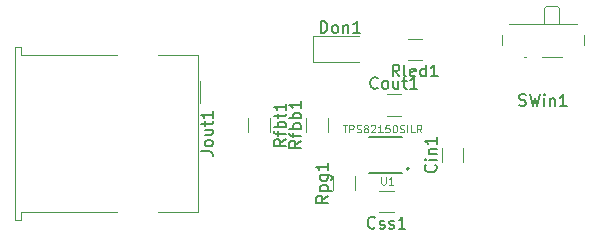
<source format=gbr>
%TF.GenerationSoftware,KiCad,Pcbnew,(5.1.6)-1*%
%TF.CreationDate,2021-03-22T01:22:11+02:00*%
%TF.ProjectId,Yu_9V_charger,59755f39-565f-4636-9861-726765722e6b,rev?*%
%TF.SameCoordinates,Original*%
%TF.FileFunction,Legend,Top*%
%TF.FilePolarity,Positive*%
%FSLAX46Y46*%
G04 Gerber Fmt 4.6, Leading zero omitted, Abs format (unit mm)*
G04 Created by KiCad (PCBNEW (5.1.6)-1) date 2021-03-22 01:22:11*
%MOMM*%
%LPD*%
G01*
G04 APERTURE LIST*
%ADD10C,0.120000*%
%ADD11C,0.127000*%
%ADD12C,0.200000*%
%ADD13C,0.150000*%
%ADD14C,0.050000*%
G04 APERTURE END LIST*
D10*
%TO.C,SWin1*%
X152160000Y-63220000D02*
X151960000Y-63220000D01*
X154960000Y-59080000D02*
X154760000Y-58870000D01*
X153660000Y-59080000D02*
X153860000Y-58870000D01*
X154960000Y-60370000D02*
X154960000Y-59080000D01*
X154760000Y-58870000D02*
X153860000Y-58870000D01*
X153660000Y-59080000D02*
X153660000Y-60370000D01*
X156410000Y-60370000D02*
X150710000Y-60370000D01*
X155160000Y-63220000D02*
X153460000Y-63220000D01*
X157010000Y-62170000D02*
X157010000Y-61380000D01*
X150110000Y-61380000D02*
X150110000Y-62170000D01*
D11*
%TO.C,U1*%
X138800000Y-73055000D02*
X141600000Y-73055000D01*
X141600000Y-69965000D02*
X138800000Y-69965000D01*
D12*
X142200000Y-72660000D02*
G75*
G03*
X142200000Y-72660000I-100000J0D01*
G01*
D10*
%TO.C,Rpg1*%
X137620000Y-74482064D02*
X137620000Y-73277936D01*
X135800000Y-74482064D02*
X135800000Y-73277936D01*
%TO.C,Rled1*%
X143322064Y-61660000D02*
X142117936Y-61660000D01*
X143322064Y-63480000D02*
X142117936Y-63480000D01*
%TO.C,Rfbt1*%
X128600000Y-68347936D02*
X128600000Y-69552064D01*
X130420000Y-68347936D02*
X130420000Y-69552064D01*
%TO.C,Rfbb1*%
X135360000Y-69542064D02*
X135360000Y-68337936D01*
X133540000Y-69542064D02*
X133540000Y-68337936D01*
%TO.C,Jout1*%
X124560000Y-65260000D02*
X124560000Y-67060000D01*
X109380000Y-76970000D02*
X109380000Y-76320000D01*
X109380000Y-62350000D02*
X108860000Y-62350000D01*
X117490000Y-76320000D02*
X109380000Y-76320000D01*
X108860000Y-62350000D02*
X108860000Y-76970000D01*
X108860000Y-76970000D02*
X109380000Y-76970000D01*
X124340000Y-76320000D02*
X121010000Y-76320000D01*
X124340000Y-63000000D02*
X121010000Y-63000000D01*
X124340000Y-63000000D02*
X124340000Y-76320000D01*
X109380000Y-63000000D02*
X109380000Y-62350000D01*
X109380000Y-63000000D02*
X117490000Y-63000000D01*
%TO.C,Don1*%
X134105000Y-63665000D02*
X137990000Y-63665000D01*
X134105000Y-61395000D02*
X134105000Y-63665000D01*
X137990000Y-61395000D02*
X134105000Y-61395000D01*
%TO.C,Css1*%
X140922064Y-74540000D02*
X139717936Y-74540000D01*
X140922064Y-76360000D02*
X139717936Y-76360000D01*
%TO.C,Cout1*%
X140317936Y-68170000D02*
X141522064Y-68170000D01*
X140317936Y-66350000D02*
X141522064Y-66350000D01*
%TO.C,Cin1*%
X146830000Y-72082064D02*
X146830000Y-70877936D01*
X145010000Y-72082064D02*
X145010000Y-70877936D01*
%TO.C,SWin1*%
D13*
X151536190Y-67304761D02*
X151679047Y-67352380D01*
X151917142Y-67352380D01*
X152012380Y-67304761D01*
X152060000Y-67257142D01*
X152107619Y-67161904D01*
X152107619Y-67066666D01*
X152060000Y-66971428D01*
X152012380Y-66923809D01*
X151917142Y-66876190D01*
X151726666Y-66828571D01*
X151631428Y-66780952D01*
X151583809Y-66733333D01*
X151536190Y-66638095D01*
X151536190Y-66542857D01*
X151583809Y-66447619D01*
X151631428Y-66400000D01*
X151726666Y-66352380D01*
X151964761Y-66352380D01*
X152107619Y-66400000D01*
X152440952Y-66352380D02*
X152679047Y-67352380D01*
X152869523Y-66638095D01*
X153060000Y-67352380D01*
X153298095Y-66352380D01*
X153679047Y-67352380D02*
X153679047Y-66685714D01*
X153679047Y-66352380D02*
X153631428Y-66400000D01*
X153679047Y-66447619D01*
X153726666Y-66400000D01*
X153679047Y-66352380D01*
X153679047Y-66447619D01*
X154155238Y-66685714D02*
X154155238Y-67352380D01*
X154155238Y-66780952D02*
X154202857Y-66733333D01*
X154298095Y-66685714D01*
X154440952Y-66685714D01*
X154536190Y-66733333D01*
X154583809Y-66828571D01*
X154583809Y-67352380D01*
X155583809Y-67352380D02*
X155012380Y-67352380D01*
X155298095Y-67352380D02*
X155298095Y-66352380D01*
X155202857Y-66495238D01*
X155107619Y-66590476D01*
X155012380Y-66638095D01*
%TO.C,U1*%
D14*
X139886780Y-73365923D02*
X139886780Y-73884019D01*
X139917257Y-73944971D01*
X139947733Y-73975447D01*
X140008685Y-74005923D01*
X140130590Y-74005923D01*
X140191542Y-73975447D01*
X140222019Y-73944971D01*
X140252495Y-73884019D01*
X140252495Y-73365923D01*
X140892495Y-74005923D02*
X140526780Y-74005923D01*
X140709638Y-74005923D02*
X140709638Y-73365923D01*
X140648685Y-73457352D01*
X140587733Y-73518304D01*
X140526780Y-73548780D01*
X136600380Y-68953123D02*
X136966095Y-68953123D01*
X136783238Y-69593123D02*
X136783238Y-68953123D01*
X137179428Y-69593123D02*
X137179428Y-68953123D01*
X137423238Y-68953123D01*
X137484190Y-68983600D01*
X137514666Y-69014076D01*
X137545142Y-69075028D01*
X137545142Y-69166457D01*
X137514666Y-69227409D01*
X137484190Y-69257885D01*
X137423238Y-69288361D01*
X137179428Y-69288361D01*
X137788952Y-69562647D02*
X137880380Y-69593123D01*
X138032761Y-69593123D01*
X138093714Y-69562647D01*
X138124190Y-69532171D01*
X138154666Y-69471219D01*
X138154666Y-69410266D01*
X138124190Y-69349314D01*
X138093714Y-69318838D01*
X138032761Y-69288361D01*
X137910857Y-69257885D01*
X137849904Y-69227409D01*
X137819428Y-69196933D01*
X137788952Y-69135980D01*
X137788952Y-69075028D01*
X137819428Y-69014076D01*
X137849904Y-68983600D01*
X137910857Y-68953123D01*
X138063238Y-68953123D01*
X138154666Y-68983600D01*
X138520380Y-69227409D02*
X138459428Y-69196933D01*
X138428952Y-69166457D01*
X138398476Y-69105504D01*
X138398476Y-69075028D01*
X138428952Y-69014076D01*
X138459428Y-68983600D01*
X138520380Y-68953123D01*
X138642285Y-68953123D01*
X138703238Y-68983600D01*
X138733714Y-69014076D01*
X138764190Y-69075028D01*
X138764190Y-69105504D01*
X138733714Y-69166457D01*
X138703238Y-69196933D01*
X138642285Y-69227409D01*
X138520380Y-69227409D01*
X138459428Y-69257885D01*
X138428952Y-69288361D01*
X138398476Y-69349314D01*
X138398476Y-69471219D01*
X138428952Y-69532171D01*
X138459428Y-69562647D01*
X138520380Y-69593123D01*
X138642285Y-69593123D01*
X138703238Y-69562647D01*
X138733714Y-69532171D01*
X138764190Y-69471219D01*
X138764190Y-69349314D01*
X138733714Y-69288361D01*
X138703238Y-69257885D01*
X138642285Y-69227409D01*
X139008000Y-69014076D02*
X139038476Y-68983600D01*
X139099428Y-68953123D01*
X139251809Y-68953123D01*
X139312761Y-68983600D01*
X139343238Y-69014076D01*
X139373714Y-69075028D01*
X139373714Y-69135980D01*
X139343238Y-69227409D01*
X138977523Y-69593123D01*
X139373714Y-69593123D01*
X139983238Y-69593123D02*
X139617523Y-69593123D01*
X139800380Y-69593123D02*
X139800380Y-68953123D01*
X139739428Y-69044552D01*
X139678476Y-69105504D01*
X139617523Y-69135980D01*
X140562285Y-68953123D02*
X140257523Y-68953123D01*
X140227047Y-69257885D01*
X140257523Y-69227409D01*
X140318476Y-69196933D01*
X140470857Y-69196933D01*
X140531809Y-69227409D01*
X140562285Y-69257885D01*
X140592761Y-69318838D01*
X140592761Y-69471219D01*
X140562285Y-69532171D01*
X140531809Y-69562647D01*
X140470857Y-69593123D01*
X140318476Y-69593123D01*
X140257523Y-69562647D01*
X140227047Y-69532171D01*
X140988952Y-68953123D02*
X141049904Y-68953123D01*
X141110857Y-68983600D01*
X141141333Y-69014076D01*
X141171809Y-69075028D01*
X141202285Y-69196933D01*
X141202285Y-69349314D01*
X141171809Y-69471219D01*
X141141333Y-69532171D01*
X141110857Y-69562647D01*
X141049904Y-69593123D01*
X140988952Y-69593123D01*
X140928000Y-69562647D01*
X140897523Y-69532171D01*
X140867047Y-69471219D01*
X140836571Y-69349314D01*
X140836571Y-69196933D01*
X140867047Y-69075028D01*
X140897523Y-69014076D01*
X140928000Y-68983600D01*
X140988952Y-68953123D01*
X141446095Y-69562647D02*
X141537523Y-69593123D01*
X141689904Y-69593123D01*
X141750857Y-69562647D01*
X141781333Y-69532171D01*
X141811809Y-69471219D01*
X141811809Y-69410266D01*
X141781333Y-69349314D01*
X141750857Y-69318838D01*
X141689904Y-69288361D01*
X141568000Y-69257885D01*
X141507047Y-69227409D01*
X141476571Y-69196933D01*
X141446095Y-69135980D01*
X141446095Y-69075028D01*
X141476571Y-69014076D01*
X141507047Y-68983600D01*
X141568000Y-68953123D01*
X141720380Y-68953123D01*
X141811809Y-68983600D01*
X142086095Y-69593123D02*
X142086095Y-68953123D01*
X142695619Y-69593123D02*
X142390857Y-69593123D01*
X142390857Y-68953123D01*
X143274666Y-69593123D02*
X143061333Y-69288361D01*
X142908952Y-69593123D02*
X142908952Y-68953123D01*
X143152761Y-68953123D01*
X143213714Y-68983600D01*
X143244190Y-69014076D01*
X143274666Y-69075028D01*
X143274666Y-69166457D01*
X143244190Y-69227409D01*
X143213714Y-69257885D01*
X143152761Y-69288361D01*
X142908952Y-69288361D01*
%TO.C,Rpg1*%
D13*
X135342380Y-74951428D02*
X134866190Y-75284761D01*
X135342380Y-75522857D02*
X134342380Y-75522857D01*
X134342380Y-75141904D01*
X134390000Y-75046666D01*
X134437619Y-74999047D01*
X134532857Y-74951428D01*
X134675714Y-74951428D01*
X134770952Y-74999047D01*
X134818571Y-75046666D01*
X134866190Y-75141904D01*
X134866190Y-75522857D01*
X134675714Y-74522857D02*
X135675714Y-74522857D01*
X134723333Y-74522857D02*
X134675714Y-74427619D01*
X134675714Y-74237142D01*
X134723333Y-74141904D01*
X134770952Y-74094285D01*
X134866190Y-74046666D01*
X135151904Y-74046666D01*
X135247142Y-74094285D01*
X135294761Y-74141904D01*
X135342380Y-74237142D01*
X135342380Y-74427619D01*
X135294761Y-74522857D01*
X134675714Y-73189523D02*
X135485238Y-73189523D01*
X135580476Y-73237142D01*
X135628095Y-73284761D01*
X135675714Y-73380000D01*
X135675714Y-73522857D01*
X135628095Y-73618095D01*
X135294761Y-73189523D02*
X135342380Y-73284761D01*
X135342380Y-73475238D01*
X135294761Y-73570476D01*
X135247142Y-73618095D01*
X135151904Y-73665714D01*
X134866190Y-73665714D01*
X134770952Y-73618095D01*
X134723333Y-73570476D01*
X134675714Y-73475238D01*
X134675714Y-73284761D01*
X134723333Y-73189523D01*
X135342380Y-72189523D02*
X135342380Y-72760952D01*
X135342380Y-72475238D02*
X134342380Y-72475238D01*
X134485238Y-72570476D01*
X134580476Y-72665714D01*
X134628095Y-72760952D01*
%TO.C,Rled1*%
X141410476Y-64842380D02*
X141077142Y-64366190D01*
X140839047Y-64842380D02*
X140839047Y-63842380D01*
X141220000Y-63842380D01*
X141315238Y-63890000D01*
X141362857Y-63937619D01*
X141410476Y-64032857D01*
X141410476Y-64175714D01*
X141362857Y-64270952D01*
X141315238Y-64318571D01*
X141220000Y-64366190D01*
X140839047Y-64366190D01*
X141981904Y-64842380D02*
X141886666Y-64794761D01*
X141839047Y-64699523D01*
X141839047Y-63842380D01*
X142743809Y-64794761D02*
X142648571Y-64842380D01*
X142458095Y-64842380D01*
X142362857Y-64794761D01*
X142315238Y-64699523D01*
X142315238Y-64318571D01*
X142362857Y-64223333D01*
X142458095Y-64175714D01*
X142648571Y-64175714D01*
X142743809Y-64223333D01*
X142791428Y-64318571D01*
X142791428Y-64413809D01*
X142315238Y-64509047D01*
X143648571Y-64842380D02*
X143648571Y-63842380D01*
X143648571Y-64794761D02*
X143553333Y-64842380D01*
X143362857Y-64842380D01*
X143267619Y-64794761D01*
X143220000Y-64747142D01*
X143172380Y-64651904D01*
X143172380Y-64366190D01*
X143220000Y-64270952D01*
X143267619Y-64223333D01*
X143362857Y-64175714D01*
X143553333Y-64175714D01*
X143648571Y-64223333D01*
X144648571Y-64842380D02*
X144077142Y-64842380D01*
X144362857Y-64842380D02*
X144362857Y-63842380D01*
X144267619Y-63985238D01*
X144172380Y-64080476D01*
X144077142Y-64128095D01*
%TO.C,Rfbt1*%
X131782380Y-70140476D02*
X131306190Y-70473809D01*
X131782380Y-70711904D02*
X130782380Y-70711904D01*
X130782380Y-70330952D01*
X130830000Y-70235714D01*
X130877619Y-70188095D01*
X130972857Y-70140476D01*
X131115714Y-70140476D01*
X131210952Y-70188095D01*
X131258571Y-70235714D01*
X131306190Y-70330952D01*
X131306190Y-70711904D01*
X131115714Y-69854761D02*
X131115714Y-69473809D01*
X131782380Y-69711904D02*
X130925238Y-69711904D01*
X130830000Y-69664285D01*
X130782380Y-69569047D01*
X130782380Y-69473809D01*
X131782380Y-69140476D02*
X130782380Y-69140476D01*
X131163333Y-69140476D02*
X131115714Y-69045238D01*
X131115714Y-68854761D01*
X131163333Y-68759523D01*
X131210952Y-68711904D01*
X131306190Y-68664285D01*
X131591904Y-68664285D01*
X131687142Y-68711904D01*
X131734761Y-68759523D01*
X131782380Y-68854761D01*
X131782380Y-69045238D01*
X131734761Y-69140476D01*
X131115714Y-68378571D02*
X131115714Y-67997619D01*
X130782380Y-68235714D02*
X131639523Y-68235714D01*
X131734761Y-68188095D01*
X131782380Y-68092857D01*
X131782380Y-67997619D01*
X131782380Y-67140476D02*
X131782380Y-67711904D01*
X131782380Y-67426190D02*
X130782380Y-67426190D01*
X130925238Y-67521428D01*
X131020476Y-67616666D01*
X131068095Y-67711904D01*
%TO.C,Rfbb1*%
X133082380Y-70297142D02*
X132606190Y-70630476D01*
X133082380Y-70868571D02*
X132082380Y-70868571D01*
X132082380Y-70487619D01*
X132130000Y-70392380D01*
X132177619Y-70344761D01*
X132272857Y-70297142D01*
X132415714Y-70297142D01*
X132510952Y-70344761D01*
X132558571Y-70392380D01*
X132606190Y-70487619D01*
X132606190Y-70868571D01*
X132415714Y-70011428D02*
X132415714Y-69630476D01*
X133082380Y-69868571D02*
X132225238Y-69868571D01*
X132130000Y-69820952D01*
X132082380Y-69725714D01*
X132082380Y-69630476D01*
X133082380Y-69297142D02*
X132082380Y-69297142D01*
X132463333Y-69297142D02*
X132415714Y-69201904D01*
X132415714Y-69011428D01*
X132463333Y-68916190D01*
X132510952Y-68868571D01*
X132606190Y-68820952D01*
X132891904Y-68820952D01*
X132987142Y-68868571D01*
X133034761Y-68916190D01*
X133082380Y-69011428D01*
X133082380Y-69201904D01*
X133034761Y-69297142D01*
X133082380Y-68392380D02*
X132082380Y-68392380D01*
X132463333Y-68392380D02*
X132415714Y-68297142D01*
X132415714Y-68106666D01*
X132463333Y-68011428D01*
X132510952Y-67963809D01*
X132606190Y-67916190D01*
X132891904Y-67916190D01*
X132987142Y-67963809D01*
X133034761Y-68011428D01*
X133082380Y-68106666D01*
X133082380Y-68297142D01*
X133034761Y-68392380D01*
X133082380Y-66963809D02*
X133082380Y-67535238D01*
X133082380Y-67249523D02*
X132082380Y-67249523D01*
X132225238Y-67344761D01*
X132320476Y-67440000D01*
X132368095Y-67535238D01*
%TO.C,Jout1*%
X124602380Y-71183809D02*
X125316666Y-71183809D01*
X125459523Y-71231428D01*
X125554761Y-71326666D01*
X125602380Y-71469523D01*
X125602380Y-71564761D01*
X125602380Y-70564761D02*
X125554761Y-70660000D01*
X125507142Y-70707619D01*
X125411904Y-70755238D01*
X125126190Y-70755238D01*
X125030952Y-70707619D01*
X124983333Y-70660000D01*
X124935714Y-70564761D01*
X124935714Y-70421904D01*
X124983333Y-70326666D01*
X125030952Y-70279047D01*
X125126190Y-70231428D01*
X125411904Y-70231428D01*
X125507142Y-70279047D01*
X125554761Y-70326666D01*
X125602380Y-70421904D01*
X125602380Y-70564761D01*
X124935714Y-69374285D02*
X125602380Y-69374285D01*
X124935714Y-69802857D02*
X125459523Y-69802857D01*
X125554761Y-69755238D01*
X125602380Y-69660000D01*
X125602380Y-69517142D01*
X125554761Y-69421904D01*
X125507142Y-69374285D01*
X124935714Y-69040952D02*
X124935714Y-68660000D01*
X124602380Y-68898095D02*
X125459523Y-68898095D01*
X125554761Y-68850476D01*
X125602380Y-68755238D01*
X125602380Y-68660000D01*
X125602380Y-67802857D02*
X125602380Y-68374285D01*
X125602380Y-68088571D02*
X124602380Y-68088571D01*
X124745238Y-68183809D01*
X124840476Y-68279047D01*
X124888095Y-68374285D01*
%TO.C,Don1*%
X134747142Y-61162380D02*
X134747142Y-60162380D01*
X134985238Y-60162380D01*
X135128095Y-60210000D01*
X135223333Y-60305238D01*
X135270952Y-60400476D01*
X135318571Y-60590952D01*
X135318571Y-60733809D01*
X135270952Y-60924285D01*
X135223333Y-61019523D01*
X135128095Y-61114761D01*
X134985238Y-61162380D01*
X134747142Y-61162380D01*
X135890000Y-61162380D02*
X135794761Y-61114761D01*
X135747142Y-61067142D01*
X135699523Y-60971904D01*
X135699523Y-60686190D01*
X135747142Y-60590952D01*
X135794761Y-60543333D01*
X135890000Y-60495714D01*
X136032857Y-60495714D01*
X136128095Y-60543333D01*
X136175714Y-60590952D01*
X136223333Y-60686190D01*
X136223333Y-60971904D01*
X136175714Y-61067142D01*
X136128095Y-61114761D01*
X136032857Y-61162380D01*
X135890000Y-61162380D01*
X136651904Y-60495714D02*
X136651904Y-61162380D01*
X136651904Y-60590952D02*
X136699523Y-60543333D01*
X136794761Y-60495714D01*
X136937619Y-60495714D01*
X137032857Y-60543333D01*
X137080476Y-60638571D01*
X137080476Y-61162380D01*
X138080476Y-61162380D02*
X137509047Y-61162380D01*
X137794761Y-61162380D02*
X137794761Y-60162380D01*
X137699523Y-60305238D01*
X137604285Y-60400476D01*
X137509047Y-60448095D01*
%TO.C,Css1*%
X139343809Y-77627142D02*
X139296190Y-77674761D01*
X139153333Y-77722380D01*
X139058095Y-77722380D01*
X138915238Y-77674761D01*
X138820000Y-77579523D01*
X138772380Y-77484285D01*
X138724761Y-77293809D01*
X138724761Y-77150952D01*
X138772380Y-76960476D01*
X138820000Y-76865238D01*
X138915238Y-76770000D01*
X139058095Y-76722380D01*
X139153333Y-76722380D01*
X139296190Y-76770000D01*
X139343809Y-76817619D01*
X139724761Y-77674761D02*
X139820000Y-77722380D01*
X140010476Y-77722380D01*
X140105714Y-77674761D01*
X140153333Y-77579523D01*
X140153333Y-77531904D01*
X140105714Y-77436666D01*
X140010476Y-77389047D01*
X139867619Y-77389047D01*
X139772380Y-77341428D01*
X139724761Y-77246190D01*
X139724761Y-77198571D01*
X139772380Y-77103333D01*
X139867619Y-77055714D01*
X140010476Y-77055714D01*
X140105714Y-77103333D01*
X140534285Y-77674761D02*
X140629523Y-77722380D01*
X140820000Y-77722380D01*
X140915238Y-77674761D01*
X140962857Y-77579523D01*
X140962857Y-77531904D01*
X140915238Y-77436666D01*
X140820000Y-77389047D01*
X140677142Y-77389047D01*
X140581904Y-77341428D01*
X140534285Y-77246190D01*
X140534285Y-77198571D01*
X140581904Y-77103333D01*
X140677142Y-77055714D01*
X140820000Y-77055714D01*
X140915238Y-77103333D01*
X141915238Y-77722380D02*
X141343809Y-77722380D01*
X141629523Y-77722380D02*
X141629523Y-76722380D01*
X141534285Y-76865238D01*
X141439047Y-76960476D01*
X141343809Y-77008095D01*
%TO.C,Cout1*%
X139562857Y-65797142D02*
X139515238Y-65844761D01*
X139372380Y-65892380D01*
X139277142Y-65892380D01*
X139134285Y-65844761D01*
X139039047Y-65749523D01*
X138991428Y-65654285D01*
X138943809Y-65463809D01*
X138943809Y-65320952D01*
X138991428Y-65130476D01*
X139039047Y-65035238D01*
X139134285Y-64940000D01*
X139277142Y-64892380D01*
X139372380Y-64892380D01*
X139515238Y-64940000D01*
X139562857Y-64987619D01*
X140134285Y-65892380D02*
X140039047Y-65844761D01*
X139991428Y-65797142D01*
X139943809Y-65701904D01*
X139943809Y-65416190D01*
X139991428Y-65320952D01*
X140039047Y-65273333D01*
X140134285Y-65225714D01*
X140277142Y-65225714D01*
X140372380Y-65273333D01*
X140420000Y-65320952D01*
X140467619Y-65416190D01*
X140467619Y-65701904D01*
X140420000Y-65797142D01*
X140372380Y-65844761D01*
X140277142Y-65892380D01*
X140134285Y-65892380D01*
X141324761Y-65225714D02*
X141324761Y-65892380D01*
X140896190Y-65225714D02*
X140896190Y-65749523D01*
X140943809Y-65844761D01*
X141039047Y-65892380D01*
X141181904Y-65892380D01*
X141277142Y-65844761D01*
X141324761Y-65797142D01*
X141658095Y-65225714D02*
X142039047Y-65225714D01*
X141800952Y-64892380D02*
X141800952Y-65749523D01*
X141848571Y-65844761D01*
X141943809Y-65892380D01*
X142039047Y-65892380D01*
X142896190Y-65892380D02*
X142324761Y-65892380D01*
X142610476Y-65892380D02*
X142610476Y-64892380D01*
X142515238Y-65035238D01*
X142420000Y-65130476D01*
X142324761Y-65178095D01*
%TO.C,Cin1*%
X144457142Y-72337142D02*
X144504761Y-72384761D01*
X144552380Y-72527619D01*
X144552380Y-72622857D01*
X144504761Y-72765714D01*
X144409523Y-72860952D01*
X144314285Y-72908571D01*
X144123809Y-72956190D01*
X143980952Y-72956190D01*
X143790476Y-72908571D01*
X143695238Y-72860952D01*
X143600000Y-72765714D01*
X143552380Y-72622857D01*
X143552380Y-72527619D01*
X143600000Y-72384761D01*
X143647619Y-72337142D01*
X144552380Y-71908571D02*
X143885714Y-71908571D01*
X143552380Y-71908571D02*
X143600000Y-71956190D01*
X143647619Y-71908571D01*
X143600000Y-71860952D01*
X143552380Y-71908571D01*
X143647619Y-71908571D01*
X143885714Y-71432380D02*
X144552380Y-71432380D01*
X143980952Y-71432380D02*
X143933333Y-71384761D01*
X143885714Y-71289523D01*
X143885714Y-71146666D01*
X143933333Y-71051428D01*
X144028571Y-71003809D01*
X144552380Y-71003809D01*
X144552380Y-70003809D02*
X144552380Y-70575238D01*
X144552380Y-70289523D02*
X143552380Y-70289523D01*
X143695238Y-70384761D01*
X143790476Y-70480000D01*
X143838095Y-70575238D01*
%TD*%
M02*

</source>
